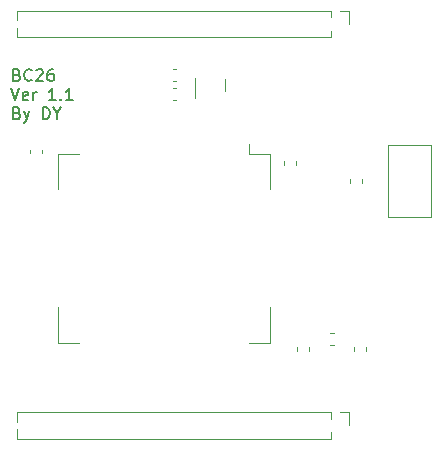
<source format=gbr>
G04 #@! TF.GenerationSoftware,KiCad,Pcbnew,5.99.0-unknown-fd0d5fd~86~ubuntu18.04.1*
G04 #@! TF.CreationDate,2020-01-16T10:32:26-05:00*
G04 #@! TF.ProjectId,bc26_module_board,62633236-5f6d-46f6-9475-6c655f626f61,rev?*
G04 #@! TF.SameCoordinates,Original*
G04 #@! TF.FileFunction,Legend,Top*
G04 #@! TF.FilePolarity,Positive*
%FSLAX46Y46*%
G04 Gerber Fmt 4.6, Leading zero omitted, Abs format (unit mm)*
G04 Created by KiCad (PCBNEW 5.99.0-unknown-fd0d5fd~86~ubuntu18.04.1) date 2020-01-16 10:32:26*
%MOMM*%
%LPD*%
G04 APERTURE LIST*
%ADD10C,0.150000*%
%ADD11C,0.120000*%
%ADD12C,0.100000*%
G04 APERTURE END LIST*
D10*
X73668928Y-77318571D02*
X73811785Y-77366190D01*
X73859404Y-77413809D01*
X73907023Y-77509047D01*
X73907023Y-77651904D01*
X73859404Y-77747142D01*
X73811785Y-77794761D01*
X73716547Y-77842380D01*
X73335595Y-77842380D01*
X73335595Y-76842380D01*
X73668928Y-76842380D01*
X73764166Y-76890000D01*
X73811785Y-76937619D01*
X73859404Y-77032857D01*
X73859404Y-77128095D01*
X73811785Y-77223333D01*
X73764166Y-77270952D01*
X73668928Y-77318571D01*
X73335595Y-77318571D01*
X74907023Y-77747142D02*
X74859404Y-77794761D01*
X74716547Y-77842380D01*
X74621309Y-77842380D01*
X74478452Y-77794761D01*
X74383214Y-77699523D01*
X74335595Y-77604285D01*
X74287976Y-77413809D01*
X74287976Y-77270952D01*
X74335595Y-77080476D01*
X74383214Y-76985238D01*
X74478452Y-76890000D01*
X74621309Y-76842380D01*
X74716547Y-76842380D01*
X74859404Y-76890000D01*
X74907023Y-76937619D01*
X75287976Y-76937619D02*
X75335595Y-76890000D01*
X75430833Y-76842380D01*
X75668928Y-76842380D01*
X75764166Y-76890000D01*
X75811785Y-76937619D01*
X75859404Y-77032857D01*
X75859404Y-77128095D01*
X75811785Y-77270952D01*
X75240357Y-77842380D01*
X75859404Y-77842380D01*
X76716547Y-76842380D02*
X76526071Y-76842380D01*
X76430833Y-76890000D01*
X76383214Y-76937619D01*
X76287976Y-77080476D01*
X76240357Y-77270952D01*
X76240357Y-77651904D01*
X76287976Y-77747142D01*
X76335595Y-77794761D01*
X76430833Y-77842380D01*
X76621309Y-77842380D01*
X76716547Y-77794761D01*
X76764166Y-77747142D01*
X76811785Y-77651904D01*
X76811785Y-77413809D01*
X76764166Y-77318571D01*
X76716547Y-77270952D01*
X76621309Y-77223333D01*
X76430833Y-77223333D01*
X76335595Y-77270952D01*
X76287976Y-77318571D01*
X76240357Y-77413809D01*
X73192738Y-78452380D02*
X73526071Y-79452380D01*
X73859404Y-78452380D01*
X74573690Y-79404761D02*
X74478452Y-79452380D01*
X74287976Y-79452380D01*
X74192738Y-79404761D01*
X74145119Y-79309523D01*
X74145119Y-78928571D01*
X74192738Y-78833333D01*
X74287976Y-78785714D01*
X74478452Y-78785714D01*
X74573690Y-78833333D01*
X74621309Y-78928571D01*
X74621309Y-79023809D01*
X74145119Y-79119047D01*
X75049880Y-79452380D02*
X75049880Y-78785714D01*
X75049880Y-78976190D02*
X75097500Y-78880952D01*
X75145119Y-78833333D01*
X75240357Y-78785714D01*
X75335595Y-78785714D01*
X76954642Y-79452380D02*
X76383214Y-79452380D01*
X76668928Y-79452380D02*
X76668928Y-78452380D01*
X76573690Y-78595238D01*
X76478452Y-78690476D01*
X76383214Y-78738095D01*
X77383214Y-79357142D02*
X77430833Y-79404761D01*
X77383214Y-79452380D01*
X77335595Y-79404761D01*
X77383214Y-79357142D01*
X77383214Y-79452380D01*
X78383214Y-79452380D02*
X77811785Y-79452380D01*
X78097500Y-79452380D02*
X78097500Y-78452380D01*
X78002261Y-78595238D01*
X77907023Y-78690476D01*
X77811785Y-78738095D01*
X73668928Y-80538571D02*
X73811785Y-80586190D01*
X73859404Y-80633809D01*
X73907023Y-80729047D01*
X73907023Y-80871904D01*
X73859404Y-80967142D01*
X73811785Y-81014761D01*
X73716547Y-81062380D01*
X73335595Y-81062380D01*
X73335595Y-80062380D01*
X73668928Y-80062380D01*
X73764166Y-80110000D01*
X73811785Y-80157619D01*
X73859404Y-80252857D01*
X73859404Y-80348095D01*
X73811785Y-80443333D01*
X73764166Y-80490952D01*
X73668928Y-80538571D01*
X73335595Y-80538571D01*
X74240357Y-80395714D02*
X74478452Y-81062380D01*
X74716547Y-80395714D02*
X74478452Y-81062380D01*
X74383214Y-81300476D01*
X74335595Y-81348095D01*
X74240357Y-81395714D01*
X75859404Y-81062380D02*
X75859404Y-80062380D01*
X76097500Y-80062380D01*
X76240357Y-80110000D01*
X76335595Y-80205238D01*
X76383214Y-80300476D01*
X76430833Y-80490952D01*
X76430833Y-80633809D01*
X76383214Y-80824285D01*
X76335595Y-80919523D01*
X76240357Y-81014761D01*
X76097500Y-81062380D01*
X75859404Y-81062380D01*
X77049880Y-80586190D02*
X77049880Y-81062380D01*
X76716547Y-80062380D02*
X77049880Y-80586190D01*
X77383214Y-80062380D01*
D11*
X88700000Y-77600000D02*
X88700000Y-79290000D01*
D12*
X91300000Y-77700000D02*
X91300000Y-78700000D01*
D11*
X87162779Y-77810000D02*
X86837221Y-77810000D01*
X87162779Y-76790000D02*
X86837221Y-76790000D01*
X87162779Y-79410000D02*
X86837221Y-79410000D01*
X87162779Y-78390000D02*
X86837221Y-78390000D01*
X93310000Y-83160000D02*
X93310000Y-83990000D01*
X95060000Y-83990000D02*
X93310000Y-83990000D01*
X95060000Y-100010000D02*
X93310000Y-100010000D01*
X95060000Y-97010000D02*
X95060000Y-100010000D01*
X78890000Y-100010000D02*
X77140000Y-100010000D01*
X77140000Y-97010000D02*
X77140000Y-100010000D01*
X77140000Y-83990000D02*
X77140000Y-86990000D01*
X78890000Y-83990000D02*
X77140000Y-83990000D01*
X95060000Y-83990000D02*
X95060000Y-86990000D01*
X105090000Y-83240000D02*
X108710000Y-83240000D01*
X105090000Y-89360000D02*
X105090000Y-83240000D01*
X108710000Y-89360000D02*
X105090000Y-89360000D01*
X108710000Y-83240000D02*
X108710000Y-89360000D01*
X75810000Y-83962779D02*
X75810000Y-83637221D01*
X74790000Y-83962779D02*
X74790000Y-83637221D01*
X100462779Y-99190000D02*
X100137221Y-99190000D01*
X100462779Y-100210000D02*
X100137221Y-100210000D01*
X101760000Y-105890000D02*
X101760000Y-107000000D01*
X101000000Y-105890000D02*
X101760000Y-105890000D01*
X100240000Y-107563471D02*
X100240000Y-108110000D01*
X100240000Y-105890000D02*
X100240000Y-106436529D01*
X100240000Y-108110000D02*
X73635000Y-108110000D01*
X100240000Y-105890000D02*
X73635000Y-105890000D01*
X73635000Y-107307530D02*
X73635000Y-108110000D01*
X73635000Y-105890000D02*
X73635000Y-106692470D01*
X101760000Y-71890000D02*
X101760000Y-73000000D01*
X101000000Y-71890000D02*
X101760000Y-71890000D01*
X100240000Y-73563471D02*
X100240000Y-74110000D01*
X100240000Y-71890000D02*
X100240000Y-72436529D01*
X100240000Y-74110000D02*
X73635000Y-74110000D01*
X100240000Y-71890000D02*
X73635000Y-71890000D01*
X73635000Y-73307530D02*
X73635000Y-74110000D01*
X73635000Y-71890000D02*
X73635000Y-72692470D01*
X102910000Y-86462779D02*
X102910000Y-86137221D01*
X101890000Y-86462779D02*
X101890000Y-86137221D01*
X102190000Y-100337221D02*
X102190000Y-100662779D01*
X103210000Y-100337221D02*
X103210000Y-100662779D01*
X97390000Y-100337221D02*
X97390000Y-100662779D01*
X98410000Y-100337221D02*
X98410000Y-100662779D01*
X97310000Y-84962779D02*
X97310000Y-84637221D01*
X96290000Y-84962779D02*
X96290000Y-84637221D01*
M02*

</source>
